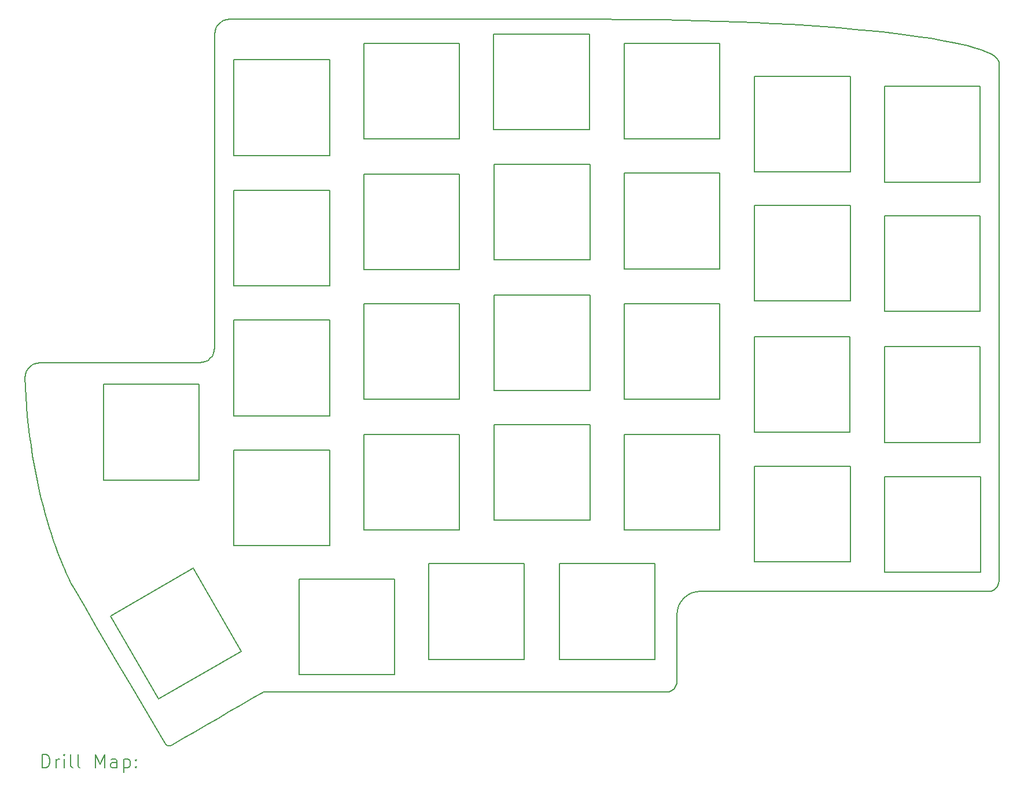
<source format=gbr>
%TF.GenerationSoftware,KiCad,Pcbnew,7.0.10*%
%TF.CreationDate,2024-04-22T20:11:26+02:00*%
%TF.ProjectId,Lily58_Pro_TOP,4c696c79-3538-45f5-9072-6f5f544f502e,rev?*%
%TF.SameCoordinates,Original*%
%TF.FileFunction,Drillmap*%
%TF.FilePolarity,Positive*%
%FSLAX45Y45*%
G04 Gerber Fmt 4.5, Leading zero omitted, Abs format (unit mm)*
G04 Created by KiCad (PCBNEW 7.0.10) date 2024-04-22 20:11:26*
%MOMM*%
%LPD*%
G01*
G04 APERTURE LIST*
%ADD10C,0.200000*%
G04 APERTURE END LIST*
D10*
X20869776Y-5894934D02*
X20869776Y-4494887D01*
X20869776Y-4494887D02*
X22269822Y-4494887D01*
X22269822Y-5894934D02*
X20869776Y-5894934D01*
X22269822Y-4494887D02*
X22269822Y-5894934D01*
X18180490Y-3533535D02*
X17898748Y-3526450D01*
X18456813Y-3542085D02*
X18180490Y-3533535D01*
X18727353Y-3552061D02*
X18456813Y-3542085D01*
X22545792Y-4148560D02*
X22545792Y-11733858D01*
X17024653Y-3514387D02*
X16724880Y-3513561D01*
X22269822Y-7784817D02*
X20869776Y-7784817D01*
X22426041Y-11880814D02*
X22395792Y-11883858D01*
X22454207Y-11872080D02*
X22426041Y-11880814D01*
X19744397Y-3605426D02*
X19500632Y-3590145D01*
X19980557Y-3621934D02*
X19744397Y-3605426D01*
X20208749Y-3639629D02*
X19980557Y-3621934D01*
X20428607Y-3658472D02*
X20208749Y-3639629D01*
X20639768Y-3678422D02*
X20428607Y-3658472D01*
X20841868Y-3699441D02*
X20639768Y-3678422D01*
X21034541Y-3721488D02*
X20841868Y-3699441D01*
X21217424Y-3744523D02*
X21034541Y-3721488D01*
X21390152Y-3768508D02*
X21217424Y-3744523D01*
X21552361Y-3793401D02*
X21390152Y-3768508D01*
X21703688Y-3819163D02*
X21552361Y-3793401D01*
X21843766Y-3845756D02*
X21703688Y-3819163D01*
X21972233Y-3873137D02*
X21843766Y-3845756D01*
X22088724Y-3901270D02*
X21972233Y-3873137D01*
X22192874Y-3930112D02*
X22088724Y-3901270D01*
X22284319Y-3959625D02*
X22192874Y-3930112D01*
X22362696Y-3989769D02*
X22284319Y-3959625D01*
X22427639Y-4020504D02*
X22362696Y-3989769D01*
X22478784Y-4051790D02*
X22427639Y-4020504D01*
X22515768Y-4083588D02*
X22478784Y-4051790D01*
X22538225Y-4115858D02*
X22515768Y-4083588D01*
X22545792Y-4148560D02*
X22538225Y-4115858D01*
X20869776Y-7784817D02*
X20869776Y-6385025D01*
X16109953Y-12437275D02*
X16109953Y-11480000D01*
X17510000Y-12880046D02*
X16109953Y-12880046D01*
X17320466Y-3516836D02*
X17024653Y-3514387D01*
X17611952Y-3520871D02*
X17320466Y-3516836D01*
X17898748Y-3526450D02*
X17611952Y-3520871D01*
X11786109Y-13356051D02*
X17681726Y-13356051D01*
X17831726Y-12233858D02*
X17831726Y-13208290D01*
X17711976Y-13353006D02*
X17681726Y-13356051D01*
X17740142Y-13344272D02*
X17711976Y-13353006D01*
X17765623Y-13330451D02*
X17740142Y-13344272D01*
X9167246Y-12114264D02*
X9335414Y-12400416D01*
X8999079Y-11828111D02*
X9167246Y-12114264D01*
X10176252Y-13831180D02*
X10344420Y-14117333D01*
X10008085Y-13545027D02*
X10176252Y-13831180D01*
X9839917Y-13258874D02*
X10008085Y-13545027D01*
X9671749Y-12972722D02*
X9839917Y-13258874D01*
X9503582Y-12686569D02*
X9671749Y-12972722D01*
X9335414Y-12400416D02*
X9503582Y-12686569D01*
X13250009Y-7675059D02*
X14650028Y-7675059D01*
X13250009Y-9075061D02*
X13250009Y-7675059D01*
X14650028Y-9075061D02*
X13250009Y-9075061D01*
X14650028Y-10984912D02*
X14650028Y-10984912D01*
X14650028Y-9584910D02*
X14650028Y-10984912D01*
X13250009Y-9584910D02*
X14650028Y-9584910D01*
X13250009Y-10984912D02*
X13250009Y-9584910D01*
X14650028Y-10984912D02*
X13250009Y-10984912D01*
X13699867Y-13104940D02*
X13699867Y-13104940D01*
X13699867Y-11704938D02*
X13699867Y-13104940D01*
X12299847Y-11704938D02*
X13699867Y-11704938D01*
X12299847Y-13104940D02*
X12299847Y-11704938D01*
X13699867Y-13104940D02*
X12299847Y-13104940D01*
X15599923Y-12879896D02*
X15599923Y-12879896D01*
X15599923Y-11479894D02*
X15599923Y-12879896D01*
X14199903Y-11479894D02*
X15599923Y-11479894D01*
X14199903Y-12879896D02*
X14199903Y-11479894D01*
X15599923Y-12879896D02*
X14199903Y-12879896D01*
X16559901Y-10844853D02*
X16559901Y-10844853D01*
X16559901Y-9444851D02*
X16559901Y-10844853D01*
X15159881Y-9444851D02*
X16559901Y-9444851D01*
X15159881Y-10844853D02*
X15159881Y-9444851D01*
X16559901Y-10844853D02*
X15159881Y-10844853D01*
X16560015Y-8944831D02*
X16560015Y-8944831D01*
X16560015Y-7544829D02*
X16560015Y-8944831D01*
X15159995Y-7544829D02*
X16560015Y-7544829D01*
X15159995Y-8944831D02*
X15159995Y-7544829D01*
X16560015Y-8944831D02*
X15159995Y-8944831D01*
X16560015Y-7035009D02*
X16560015Y-7035009D01*
X16560015Y-5635007D02*
X16560015Y-7035009D01*
X15159995Y-5635007D02*
X16560015Y-5635007D01*
X15159995Y-7035009D02*
X15159995Y-5635007D01*
X16560015Y-7035009D02*
X15159995Y-7035009D01*
X16552928Y-5125950D02*
X16552928Y-5125950D01*
X16552928Y-3725947D02*
X16552928Y-5125950D01*
X15152909Y-3725947D02*
X16552928Y-3725947D01*
X15152909Y-5125950D02*
X15152909Y-3725947D01*
X16552928Y-5125950D02*
X15152909Y-5125950D01*
X18460410Y-5264887D02*
X18460410Y-5264887D01*
X18460410Y-3864885D02*
X18460410Y-5264887D01*
X17060390Y-3864885D02*
X18460410Y-3864885D01*
X17060390Y-5264887D02*
X17060390Y-3864885D01*
X18460410Y-5264887D02*
X17060390Y-5264887D01*
X18459817Y-7164909D02*
X18459817Y-7164909D01*
X18459817Y-5764907D02*
X18459817Y-7164909D01*
X17059797Y-5764907D02*
X18459817Y-5764907D01*
X17059797Y-7164909D02*
X17059797Y-5764907D01*
X18459817Y-7164909D02*
X17059797Y-7164909D01*
X18460020Y-9074836D02*
X18460020Y-9074836D01*
X18460020Y-7674834D02*
X18460020Y-9074836D01*
X17060001Y-7674834D02*
X18460020Y-7674834D01*
X17060001Y-9074836D02*
X17060001Y-7674834D01*
X18460020Y-9074836D02*
X17060001Y-9074836D01*
X18459944Y-10984934D02*
X18459944Y-10984934D01*
X18459944Y-9584932D02*
X18459944Y-10984934D01*
X17059924Y-9584932D02*
X18459944Y-9584932D01*
X17059924Y-10984934D02*
X17059924Y-9584932D01*
X18459944Y-10984934D02*
X17059924Y-10984934D01*
X20369893Y-7634956D02*
X20369893Y-7634956D01*
X20369893Y-6234954D02*
X20369893Y-7634956D01*
X18969873Y-6234954D02*
X20369893Y-6234954D01*
X18969873Y-7634956D02*
X18969873Y-6234954D01*
X20369893Y-7634956D02*
X18969873Y-7634956D01*
X20368505Y-9554938D02*
X20368505Y-9554938D01*
X20368505Y-8154936D02*
X20368505Y-9554938D01*
X18968486Y-8154936D02*
X20368505Y-8154936D01*
X18968486Y-9554938D02*
X18968486Y-8154936D01*
X20368505Y-9554938D02*
X18968486Y-9554938D01*
X20369994Y-11454833D02*
X20369994Y-11454833D01*
X20369994Y-10054831D02*
X20369994Y-11454833D01*
X18969974Y-10054831D02*
X20369994Y-10054831D01*
X18969974Y-11454833D02*
X18969974Y-10054831D01*
X20369994Y-11454833D02*
X18969974Y-11454833D01*
X20370007Y-5744946D02*
X20370007Y-5744946D01*
X20370007Y-4344944D02*
X20370007Y-5744946D01*
X18969987Y-4344944D02*
X20370007Y-4344944D01*
X18969987Y-5744946D02*
X18969987Y-4344944D01*
X20370007Y-5744946D02*
X18969987Y-5744946D01*
X16724880Y-3513561D02*
X11288003Y-3513561D01*
X8984201Y-11799964D02*
X8999125Y-11828111D01*
X8969277Y-11771817D02*
X8984201Y-11799964D01*
X8954353Y-11743670D02*
X8969277Y-11771817D01*
X8939430Y-11715523D02*
X8954353Y-11743670D01*
X8916593Y-11665094D02*
X8939430Y-11715523D01*
X8893756Y-11614665D02*
X8916593Y-11665094D01*
X8870919Y-11564236D02*
X8893756Y-11614665D01*
X8848082Y-11513808D02*
X8870919Y-11564236D01*
X8820247Y-11442138D02*
X8848082Y-11513808D01*
X8792412Y-11370469D02*
X8820247Y-11442138D01*
X8764578Y-11298800D02*
X8792412Y-11370469D01*
X8736743Y-11227131D02*
X8764578Y-11298800D01*
X8706826Y-11135262D02*
X8736743Y-11227131D01*
X8676909Y-11043394D02*
X8706826Y-11135262D01*
X8646991Y-10951525D02*
X8676909Y-11043394D01*
X8617074Y-10859657D02*
X8646991Y-10951525D01*
X8587990Y-10748630D02*
X8617074Y-10859657D01*
X8558906Y-10637604D02*
X8587990Y-10748630D01*
X8529822Y-10526577D02*
X8558906Y-10637604D01*
X8500738Y-10415551D02*
X8529822Y-10526577D01*
X8475402Y-10286407D02*
X8500738Y-10415551D01*
X8450066Y-10157264D02*
X8475402Y-10286407D01*
X8424730Y-10028120D02*
X8450066Y-10157264D01*
X8399394Y-9898977D02*
X8424730Y-10028120D01*
X8380722Y-9752758D02*
X8399394Y-9898977D01*
X8362050Y-9606539D02*
X8380722Y-9752758D01*
X8343378Y-9460320D02*
X8362050Y-9606539D01*
X8324705Y-9314101D02*
X8343378Y-9460320D01*
X8316936Y-9175469D02*
X8324705Y-9314101D01*
X8309167Y-9036837D02*
X8316936Y-9175469D01*
X8301398Y-8898205D02*
X8309167Y-9036837D01*
X8293628Y-8759573D02*
X8301398Y-8898205D01*
X10427396Y-14142028D02*
X10445467Y-14132061D01*
X10414647Y-14146152D02*
X10427396Y-14142028D01*
X10402296Y-14147215D02*
X10414647Y-14146152D01*
X10390902Y-14147099D02*
X10402296Y-14147215D01*
X10380143Y-14143754D02*
X10390902Y-14147099D01*
X10369027Y-14138649D02*
X10380143Y-14143754D01*
X10353984Y-14129177D02*
X10369027Y-14138649D01*
X10344420Y-14117333D02*
X10353984Y-14129177D01*
X11618453Y-13452963D02*
X11786023Y-13355949D01*
X11450884Y-13549977D02*
X11618453Y-13452963D01*
X11283315Y-13646991D02*
X11450884Y-13549977D01*
X11115745Y-13744005D02*
X11283315Y-13646991D01*
X10948176Y-13841019D02*
X11115745Y-13744005D01*
X10780606Y-13938033D02*
X10948176Y-13841019D01*
X10613037Y-14035047D02*
X10780606Y-13938033D01*
X10445467Y-14132061D02*
X10613037Y-14035047D01*
X13249920Y-5774961D02*
X14649939Y-5774961D01*
X13249920Y-7174963D02*
X13249920Y-5774961D01*
X14649939Y-7174963D02*
X13249920Y-7174963D01*
X14650028Y-9075061D02*
X14650028Y-9075061D01*
X14650028Y-7675059D02*
X14650028Y-9075061D01*
X14649939Y-5264887D02*
X13249920Y-5264887D01*
X14649939Y-7174963D02*
X14649939Y-7174963D01*
X14649939Y-5774961D02*
X14649939Y-7174963D01*
X12749909Y-5504917D02*
X12749909Y-5504917D01*
X12749909Y-4104915D02*
X12749909Y-5504917D01*
X11349889Y-4104915D02*
X12749909Y-4104915D01*
X11349889Y-5504917D02*
X11349889Y-4104915D01*
X12749909Y-5504917D02*
X11349889Y-5504917D01*
X14649939Y-5264887D02*
X14649939Y-5264887D01*
X14649939Y-3864885D02*
X14649939Y-5264887D01*
X13249920Y-3864885D02*
X14649939Y-3864885D01*
X13249920Y-5264887D02*
X13249920Y-3864885D01*
X12750011Y-7415048D02*
X12750011Y-7415048D01*
X12750011Y-6015046D02*
X12750011Y-7415048D01*
X11349991Y-6015046D02*
X12750011Y-6015046D01*
X11349991Y-7415048D02*
X11349991Y-6015046D01*
X12750011Y-7415048D02*
X11349991Y-7415048D01*
X8513569Y-8539340D02*
X10848079Y-8539359D01*
X10835147Y-10254939D02*
X10835147Y-10254939D01*
X10835147Y-8854937D02*
X10835147Y-10254939D01*
X9439928Y-8854937D02*
X10835147Y-8854937D01*
X9439928Y-10254939D02*
X9439928Y-8854937D01*
X10835147Y-10254939D02*
X9439928Y-10254939D01*
X11456175Y-12761102D02*
X11456175Y-12761102D01*
X10756174Y-11548664D02*
X11456175Y-12761102D01*
X9543722Y-12248674D02*
X10756174Y-11548664D01*
X10243723Y-13461111D02*
X9543722Y-12248674D01*
X11456175Y-12761102D02*
X10243723Y-13461111D01*
X12749909Y-11215057D02*
X12749909Y-11215057D01*
X12749909Y-9815055D02*
X12749909Y-11215057D01*
X11349889Y-9815055D02*
X12749909Y-9815055D01*
X11349889Y-11215057D02*
X11349889Y-9815055D01*
X12749909Y-11215057D02*
X11349889Y-11215057D01*
X12749909Y-9314765D02*
X12749909Y-9314765D01*
X12749909Y-7914762D02*
X12749909Y-9314765D01*
X11349889Y-7914762D02*
X12749909Y-7914762D01*
X11349889Y-9314765D02*
X11349889Y-7914762D01*
X12749909Y-9314765D02*
X11349889Y-9314765D01*
X11050770Y-8405025D02*
X11063577Y-8363716D01*
X11030502Y-8442397D02*
X11050770Y-8405025D01*
X11003654Y-8474950D02*
X11030502Y-8442397D01*
X10971107Y-8501803D02*
X11003654Y-8474950D01*
X10933742Y-8522075D02*
X10971107Y-8501803D01*
X10892439Y-8534884D02*
X10933742Y-8522075D01*
X10848081Y-8539350D02*
X10892439Y-8534884D01*
X11063577Y-8363716D02*
X11068042Y-8319350D01*
X8513545Y-8539359D02*
X8468761Y-8543767D01*
X8330761Y-8635735D02*
X8310684Y-8673170D01*
X8357435Y-8603249D02*
X8330761Y-8635735D01*
X8389878Y-8576540D02*
X8357435Y-8603249D01*
X8427263Y-8556436D02*
X8389878Y-8576540D01*
X8468761Y-8543767D02*
X8427263Y-8556436D01*
X8298030Y-8714725D02*
X8293629Y-8759573D01*
X8310684Y-8673170D02*
X8298030Y-8714725D01*
X11243645Y-3518027D02*
X11202342Y-3530836D01*
X11288003Y-3513561D02*
X11243645Y-3518027D01*
X11072507Y-3689195D02*
X11068042Y-3733561D01*
X11085314Y-3647885D02*
X11072507Y-3689195D01*
X11105582Y-3610514D02*
X11085314Y-3647885D01*
X11132430Y-3577960D02*
X11105582Y-3610514D01*
X11164977Y-3551108D02*
X11132430Y-3577960D01*
X11202342Y-3530836D02*
X11164977Y-3551108D01*
X22274888Y-11604925D02*
X20874869Y-11604925D01*
X22274888Y-11604925D02*
X22274888Y-11604925D01*
X22274888Y-10204923D02*
X22274888Y-11604925D01*
X20874869Y-10204923D02*
X22274888Y-10204923D01*
X20874869Y-11604925D02*
X20874869Y-10204923D01*
X20869991Y-9705056D02*
X20869991Y-8305054D01*
X22270011Y-9705056D02*
X20869991Y-9705056D01*
X11068042Y-8319350D02*
X11068042Y-3734925D01*
X22270011Y-9705056D02*
X22270011Y-9705056D01*
X22270011Y-8305054D02*
X22270011Y-9705056D01*
X20869991Y-8305054D02*
X22270011Y-8305054D01*
X17787818Y-13312142D02*
X17765623Y-13330451D01*
X17806127Y-13289947D02*
X17787818Y-13312142D01*
X17819948Y-13264466D02*
X17806127Y-13289947D01*
X17828682Y-13236300D02*
X17819948Y-13264466D01*
X17831726Y-13206051D02*
X17828682Y-13236300D01*
X18181726Y-11883858D02*
X22395792Y-11883858D01*
X18111144Y-11890963D02*
X18181726Y-11883858D01*
X18045424Y-11911341D02*
X18111144Y-11890963D01*
X17985969Y-11943591D02*
X18045424Y-11911341D01*
X17934180Y-11986312D02*
X17985969Y-11943591D01*
X17891459Y-12038101D02*
X17934180Y-11986312D01*
X17859209Y-12097556D02*
X17891459Y-12038101D01*
X17838831Y-12163276D02*
X17859209Y-12097556D01*
X17831726Y-12233858D02*
X17838831Y-12163276D01*
X18991746Y-3563422D02*
X18727353Y-3552061D01*
X19249627Y-3576130D02*
X18991746Y-3563422D01*
X19500632Y-3590145D02*
X19249627Y-3576130D01*
X22269822Y-6385025D02*
X22269822Y-7784817D01*
X22479688Y-11858259D02*
X22454207Y-11872080D01*
X22501883Y-11839950D02*
X22479688Y-11858259D01*
X22520192Y-11817754D02*
X22501883Y-11839950D01*
X22534013Y-11792274D02*
X22520192Y-11817754D01*
X22542747Y-11764108D02*
X22534013Y-11792274D01*
X22545792Y-11733858D02*
X22542747Y-11764108D01*
X16109953Y-11480000D02*
X17510000Y-11480000D01*
X16109953Y-12880046D02*
X16109953Y-12437275D01*
X20869776Y-6385025D02*
X22269822Y-6385025D01*
X17510000Y-11480000D02*
X17510000Y-12880046D01*
X8544405Y-14468699D02*
X8544405Y-14268699D01*
X8544405Y-14268699D02*
X8592024Y-14268699D01*
X8592024Y-14268699D02*
X8620596Y-14278222D01*
X8620596Y-14278222D02*
X8639643Y-14297270D01*
X8639643Y-14297270D02*
X8649167Y-14316318D01*
X8649167Y-14316318D02*
X8658691Y-14354413D01*
X8658691Y-14354413D02*
X8658691Y-14382984D01*
X8658691Y-14382984D02*
X8649167Y-14421080D01*
X8649167Y-14421080D02*
X8639643Y-14440127D01*
X8639643Y-14440127D02*
X8620596Y-14459175D01*
X8620596Y-14459175D02*
X8592024Y-14468699D01*
X8592024Y-14468699D02*
X8544405Y-14468699D01*
X8744405Y-14468699D02*
X8744405Y-14335365D01*
X8744405Y-14373461D02*
X8753929Y-14354413D01*
X8753929Y-14354413D02*
X8763453Y-14344889D01*
X8763453Y-14344889D02*
X8782500Y-14335365D01*
X8782500Y-14335365D02*
X8801548Y-14335365D01*
X8868215Y-14468699D02*
X8868215Y-14335365D01*
X8868215Y-14268699D02*
X8858691Y-14278222D01*
X8858691Y-14278222D02*
X8868215Y-14287746D01*
X8868215Y-14287746D02*
X8877738Y-14278222D01*
X8877738Y-14278222D02*
X8868215Y-14268699D01*
X8868215Y-14268699D02*
X8868215Y-14287746D01*
X8992024Y-14468699D02*
X8972977Y-14459175D01*
X8972977Y-14459175D02*
X8963453Y-14440127D01*
X8963453Y-14440127D02*
X8963453Y-14268699D01*
X9096786Y-14468699D02*
X9077738Y-14459175D01*
X9077738Y-14459175D02*
X9068215Y-14440127D01*
X9068215Y-14440127D02*
X9068215Y-14268699D01*
X9325358Y-14468699D02*
X9325358Y-14268699D01*
X9325358Y-14268699D02*
X9392024Y-14411556D01*
X9392024Y-14411556D02*
X9458691Y-14268699D01*
X9458691Y-14268699D02*
X9458691Y-14468699D01*
X9639643Y-14468699D02*
X9639643Y-14363937D01*
X9639643Y-14363937D02*
X9630119Y-14344889D01*
X9630119Y-14344889D02*
X9611072Y-14335365D01*
X9611072Y-14335365D02*
X9572977Y-14335365D01*
X9572977Y-14335365D02*
X9553929Y-14344889D01*
X9639643Y-14459175D02*
X9620596Y-14468699D01*
X9620596Y-14468699D02*
X9572977Y-14468699D01*
X9572977Y-14468699D02*
X9553929Y-14459175D01*
X9553929Y-14459175D02*
X9544405Y-14440127D01*
X9544405Y-14440127D02*
X9544405Y-14421080D01*
X9544405Y-14421080D02*
X9553929Y-14402032D01*
X9553929Y-14402032D02*
X9572977Y-14392508D01*
X9572977Y-14392508D02*
X9620596Y-14392508D01*
X9620596Y-14392508D02*
X9639643Y-14382984D01*
X9734881Y-14335365D02*
X9734881Y-14535365D01*
X9734881Y-14344889D02*
X9753929Y-14335365D01*
X9753929Y-14335365D02*
X9792024Y-14335365D01*
X9792024Y-14335365D02*
X9811072Y-14344889D01*
X9811072Y-14344889D02*
X9820596Y-14354413D01*
X9820596Y-14354413D02*
X9830119Y-14373461D01*
X9830119Y-14373461D02*
X9830119Y-14430603D01*
X9830119Y-14430603D02*
X9820596Y-14449651D01*
X9820596Y-14449651D02*
X9811072Y-14459175D01*
X9811072Y-14459175D02*
X9792024Y-14468699D01*
X9792024Y-14468699D02*
X9753929Y-14468699D01*
X9753929Y-14468699D02*
X9734881Y-14459175D01*
X9915834Y-14449651D02*
X9925358Y-14459175D01*
X9925358Y-14459175D02*
X9915834Y-14468699D01*
X9915834Y-14468699D02*
X9906310Y-14459175D01*
X9906310Y-14459175D02*
X9915834Y-14449651D01*
X9915834Y-14449651D02*
X9915834Y-14468699D01*
X9915834Y-14344889D02*
X9925358Y-14354413D01*
X9925358Y-14354413D02*
X9915834Y-14363937D01*
X9915834Y-14363937D02*
X9906310Y-14354413D01*
X9906310Y-14354413D02*
X9915834Y-14344889D01*
X9915834Y-14344889D02*
X9915834Y-14363937D01*
M02*

</source>
